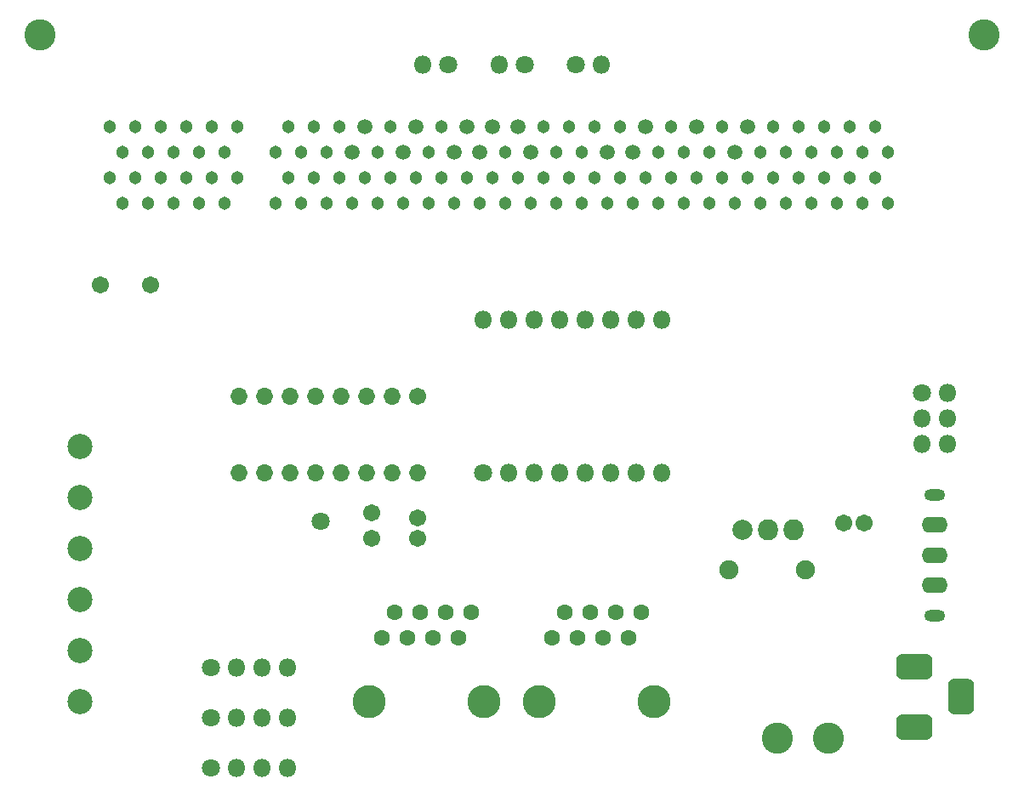
<source format=gbr>
%TF.GenerationSoftware,KiCad,Pcbnew,(6.0.11)*%
%TF.CreationDate,2024-05-31T18:35:19-03:00*%
%TF.ProjectId,robo_descontrolado,726f626f-5f64-4657-9363-6f6e74726f6c,rev?*%
%TF.SameCoordinates,Original*%
%TF.FileFunction,Soldermask,Top*%
%TF.FilePolarity,Negative*%
%FSLAX46Y46*%
G04 Gerber Fmt 4.6, Leading zero omitted, Abs format (unit mm)*
G04 Created by KiCad (PCBNEW (6.0.11)) date 2024-05-31 18:35:19*
%MOMM*%
%LPD*%
G01*
G04 APERTURE LIST*
G04 Aperture macros list*
%AMRoundRect*
0 Rectangle with rounded corners*
0 $1 Rounding radius*
0 $2 $3 $4 $5 $6 $7 $8 $9 X,Y pos of 4 corners*
0 Add a 4 corners polygon primitive as box body*
4,1,4,$2,$3,$4,$5,$6,$7,$8,$9,$2,$3,0*
0 Add four circle primitives for the rounded corners*
1,1,$1+$1,$2,$3*
1,1,$1+$1,$4,$5*
1,1,$1+$1,$6,$7*
1,1,$1+$1,$8,$9*
0 Add four rect primitives between the rounded corners*
20,1,$1+$1,$2,$3,$4,$5,0*
20,1,$1+$1,$4,$5,$6,$7,0*
20,1,$1+$1,$6,$7,$8,$9,0*
20,1,$1+$1,$8,$9,$2,$3,0*%
G04 Aperture macros list end*
%ADD10C,3.302000*%
%ADD11C,1.602000*%
%ADD12C,3.102000*%
%ADD13C,1.302000*%
%ADD14C,1.502000*%
%ADD15C,2.007000*%
%ADD16O,2.007000X2.102000*%
%ADD17C,1.702000*%
%ADD18C,1.802000*%
%ADD19O,1.802000X1.802000*%
%ADD20C,2.502000*%
%ADD21RoundRect,0.676000X1.125000X-0.625000X1.125000X0.625000X-1.125000X0.625000X-1.125000X-0.625000X0*%
%ADD22RoundRect,0.676000X0.625000X-1.125000X0.625000X1.125000X-0.625000X1.125000X-0.625000X-1.125000X0*%
%ADD23RoundRect,0.551000X-0.500000X0.000000X-0.500000X0.000000X0.500000X0.000000X0.500000X0.000000X0*%
%ADD24O,2.602000X1.602000*%
%ADD25C,1.902000*%
%ADD26O,1.902000X1.902000*%
%ADD27O,1.702000X1.702000*%
G04 APERTURE END LIST*
D10*
X164160000Y-129350000D03*
X152730000Y-129350000D03*
D11*
X154000000Y-123000000D03*
X155270000Y-120460000D03*
X156540000Y-123000000D03*
X157810000Y-120460000D03*
X159080000Y-123000000D03*
X160350000Y-120460000D03*
X161620000Y-123000000D03*
X162890000Y-120460000D03*
D10*
X147160000Y-129350000D03*
X135730000Y-129350000D03*
D11*
X137000000Y-123000000D03*
X138270000Y-120460000D03*
X139540000Y-123000000D03*
X140810000Y-120460000D03*
X142080000Y-123000000D03*
X143350000Y-120460000D03*
X144620000Y-123000000D03*
X145890000Y-120460000D03*
D12*
X103000000Y-63000000D03*
D13*
X187385000Y-79810000D03*
X186115000Y-77270000D03*
X184845000Y-79810000D03*
X183575000Y-77270000D03*
X182305000Y-79810000D03*
X181035000Y-77270000D03*
X179765000Y-79810000D03*
X178495000Y-77270000D03*
X177225000Y-79810000D03*
X175955000Y-77270000D03*
X174685000Y-79810000D03*
X173415000Y-77270000D03*
X172145000Y-79810000D03*
X170875000Y-77270000D03*
X169605000Y-79810000D03*
X168335000Y-77270000D03*
X167065000Y-79810000D03*
X165795000Y-77270000D03*
X164525000Y-79810000D03*
X163255000Y-77270000D03*
X161985000Y-79810000D03*
X160715000Y-77270000D03*
X159445000Y-79810000D03*
X158175000Y-77270000D03*
X156905000Y-79810000D03*
X155635000Y-77270000D03*
X154365000Y-79810000D03*
X153095000Y-77270000D03*
X151825000Y-79810000D03*
X150555000Y-77270000D03*
X149285000Y-79810000D03*
X148015000Y-77270000D03*
X146745000Y-79810000D03*
X145475000Y-77270000D03*
X144205000Y-79810000D03*
X142935000Y-77270000D03*
X141665000Y-79810000D03*
X140395000Y-77270000D03*
X139125000Y-79810000D03*
X137855000Y-77270000D03*
X136585000Y-79810000D03*
X135315000Y-77270000D03*
X134045000Y-79810000D03*
X132775000Y-77270000D03*
X131505000Y-79810000D03*
X130235000Y-77270000D03*
X128965000Y-79810000D03*
X127695000Y-77270000D03*
X126425000Y-79810000D03*
X122615000Y-77270000D03*
X121345000Y-79810000D03*
X120075000Y-77270000D03*
X118805000Y-79810000D03*
X117535000Y-77270000D03*
X116265000Y-79810000D03*
X114995000Y-77270000D03*
X113725000Y-79810000D03*
X112455000Y-77270000D03*
X111185000Y-79810000D03*
X109915000Y-77270000D03*
X187385000Y-74730000D03*
X186115000Y-72190000D03*
X184845000Y-74730000D03*
X183575000Y-72190000D03*
X182305000Y-74730000D03*
X181035000Y-72190000D03*
X179765000Y-74730000D03*
X178495000Y-72190000D03*
X177225000Y-74730000D03*
X175955000Y-72190000D03*
X174685000Y-74730000D03*
D14*
X173415000Y-72190000D03*
X172145000Y-74730000D03*
D13*
X170875000Y-72190000D03*
X169605000Y-74730000D03*
D14*
X168335000Y-72190000D03*
D13*
X167065000Y-74730000D03*
X165795000Y-72190000D03*
X164525000Y-74730000D03*
D14*
X163255000Y-72190000D03*
X161985000Y-74730000D03*
D13*
X160715000Y-72190000D03*
D14*
X159445000Y-74730000D03*
D13*
X158175000Y-72190000D03*
X156905000Y-74730000D03*
X155635000Y-72190000D03*
X154365000Y-74730000D03*
X153095000Y-72190000D03*
D14*
X151825000Y-74730000D03*
X150555000Y-72190000D03*
D13*
X149285000Y-74730000D03*
D14*
X148015000Y-72190000D03*
X146745000Y-74730000D03*
X145475000Y-72190000D03*
X144205000Y-74730000D03*
D13*
X142935000Y-72190000D03*
X141665000Y-74730000D03*
D14*
X140395000Y-72190000D03*
X139125000Y-74730000D03*
D13*
X137855000Y-72190000D03*
X136585000Y-74730000D03*
D14*
X135315000Y-72190000D03*
X134045000Y-74730000D03*
D13*
X132775000Y-72190000D03*
X131505000Y-74730000D03*
X130235000Y-72190000D03*
X128965000Y-74730000D03*
X127695000Y-72190000D03*
X126425000Y-74730000D03*
X122615000Y-72190000D03*
X121345000Y-74730000D03*
X120075000Y-72190000D03*
X118805000Y-74730000D03*
X117535000Y-72190000D03*
X116265000Y-74730000D03*
X114995000Y-72190000D03*
X113725000Y-74730000D03*
X112455000Y-72190000D03*
X111185000Y-74730000D03*
X109915000Y-72190000D03*
D12*
X197000000Y-63000000D03*
D15*
X172900000Y-112300000D03*
D16*
X175440000Y-112300000D03*
X177980000Y-112300000D03*
D17*
X109000000Y-87900000D03*
X114000000Y-87900000D03*
D18*
X120000000Y-126000000D03*
D19*
X122540000Y-126000000D03*
X125080000Y-126000000D03*
X127620000Y-126000000D03*
D18*
X120000000Y-131000000D03*
D19*
X122540000Y-131000000D03*
X125080000Y-131000000D03*
X127620000Y-131000000D03*
D18*
X120000000Y-136000000D03*
D19*
X122540000Y-136000000D03*
X125080000Y-136000000D03*
X127620000Y-136000000D03*
D18*
X156350000Y-66000000D03*
D19*
X158890000Y-66000000D03*
D18*
X143650000Y-66000000D03*
D19*
X141110000Y-66000000D03*
D18*
X151270000Y-66000000D03*
D19*
X148730000Y-66000000D03*
D18*
X190800000Y-98620000D03*
D19*
X193340000Y-98620000D03*
X190800000Y-101160000D03*
X193340000Y-101160000D03*
X190800000Y-103700000D03*
X193340000Y-103700000D03*
D20*
X107000000Y-104000000D03*
X107000000Y-109080000D03*
X107000000Y-114160000D03*
X107000000Y-119240000D03*
X107000000Y-124320000D03*
X107000000Y-129400000D03*
D21*
X190000000Y-125900000D03*
X190000000Y-131900000D03*
D22*
X194700000Y-128900000D03*
D23*
X192100000Y-108800000D03*
X192100000Y-120800000D03*
D24*
X192100000Y-111800000D03*
X192100000Y-114800000D03*
X192100000Y-117800000D03*
D17*
X183000000Y-111600000D03*
X185000000Y-111600000D03*
D12*
X176420000Y-133000000D03*
X181500000Y-133000000D03*
D25*
X171600000Y-116300000D03*
D26*
X179220000Y-116300000D03*
D18*
X147100000Y-106600000D03*
D19*
X149640000Y-106600000D03*
X152180000Y-106600000D03*
X154720000Y-106600000D03*
X157260000Y-106600000D03*
X159800000Y-106600000D03*
X162340000Y-106600000D03*
X164880000Y-106600000D03*
X164880000Y-91360000D03*
X162340000Y-91360000D03*
X159800000Y-91360000D03*
X157260000Y-91360000D03*
X154720000Y-91360000D03*
X152180000Y-91360000D03*
X149640000Y-91360000D03*
X147100000Y-91360000D03*
D17*
X140600000Y-99000000D03*
D27*
X138060000Y-99000000D03*
X135520000Y-99000000D03*
X132980000Y-99000000D03*
X130440000Y-99000000D03*
X127900000Y-99000000D03*
X125360000Y-99000000D03*
X122820000Y-99000000D03*
X122820000Y-106620000D03*
X125360000Y-106620000D03*
X127900000Y-106620000D03*
X130440000Y-106620000D03*
X132980000Y-106620000D03*
X135520000Y-106620000D03*
X138060000Y-106620000D03*
X140600000Y-106620000D03*
D18*
X130900000Y-111400000D03*
D17*
X136000000Y-110600000D03*
X136000000Y-113100000D03*
X140600000Y-113100000D03*
X140600000Y-111100000D03*
M02*

</source>
